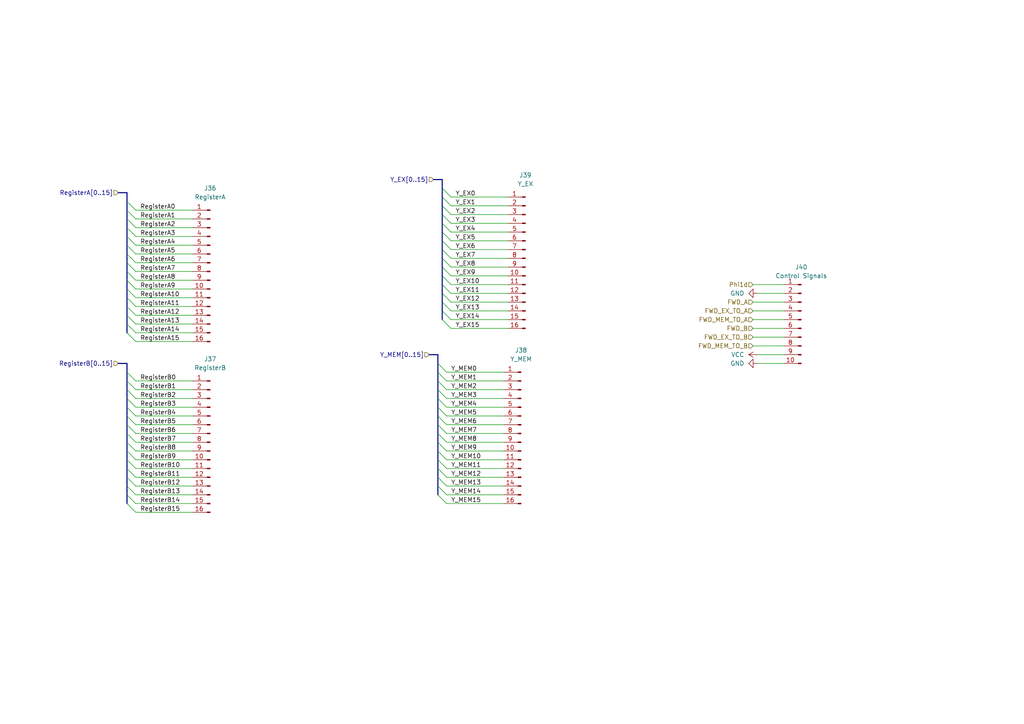
<source format=kicad_sch>
(kicad_sch (version 20211123) (generator eeschema)
  (paper "A4")
  (title_block (date "2022-04-13") (rev "A"))
  (lib_symbols
    (symbol "Connector:Conn_01x10_Male" (pin_names (offset 1.016) hide)
      (property "Reference" "J" (at 0 12.7 0))
      (property "Value" "Conn_01x10_Male" (at 0 -15.24 0))
      (symbol "Conn_01x10_Male_1_1"
        (polyline (pts (xy 1.27 -12.7) (xy 0.8636 -12.7)) (stroke (width 0.1524)))
        (polyline (pts (xy 1.27 -10.16) (xy 0.8636 -10.16)) (stroke (width 0.1524)))
        (polyline (pts (xy 1.27 -7.62) (xy 0.8636 -7.62)) (stroke (width 0.1524)))
        (polyline (pts (xy 1.27 -5.08) (xy 0.8636 -5.08)) (stroke (width 0.1524)))
        (polyline (pts (xy 1.27 -2.54) (xy 0.8636 -2.54)) (stroke (width 0.1524)))
        (polyline (pts (xy 1.27 0) (xy 0.8636 0)) (stroke (width 0.1524)))
        (polyline (pts (xy 1.27 2.54) (xy 0.8636 2.54)) (stroke (width 0.1524)))
        (polyline (pts (xy 1.27 5.08) (xy 0.8636 5.08)) (stroke (width 0.1524)))
        (polyline (pts (xy 1.27 7.62) (xy 0.8636 7.62)) (stroke (width 0.1524)))
        (polyline (pts (xy 1.27 10.16) (xy 0.8636 10.16)) (stroke (width 0.1524)))
        (rectangle (start 0.8636 -12.573) (end 0 -12.827) (stroke (width 0.1524)) (fill (type outline)))
        (rectangle (start 0.8636 -10.033) (end 0 -10.287) (stroke (width 0.1524)) (fill (type outline)))
        (rectangle (start 0.8636 -7.493) (end 0 -7.747) (stroke (width 0.1524)) (fill (type outline)))
        (rectangle (start 0.8636 -4.953) (end 0 -5.207) (stroke (width 0.1524)) (fill (type outline)))
        (rectangle (start 0.8636 -2.413) (end 0 -2.667) (stroke (width 0.1524)) (fill (type outline)))
        (rectangle (start 0.8636 0.127) (end 0 -0.127) (stroke (width 0.1524)) (fill (type outline)))
        (rectangle (start 0.8636 2.667) (end 0 2.413) (stroke (width 0.1524)) (fill (type outline)))
        (rectangle (start 0.8636 5.207) (end 0 4.953) (stroke (width 0.1524)) (fill (type outline)))
        (rectangle (start 0.8636 7.747) (end 0 7.493) (stroke (width 0.1524)) (fill (type outline)))
        (rectangle (start 0.8636 10.287) (end 0 10.033) (stroke (width 0.1524)) (fill (type outline)))
        (pin passive line (at 5.08 10.16 180) (length 3.81) (name "Pin_1") (number "1"))
        (pin passive line (at 5.08 -12.7 180) (length 3.81) (name "Pin_10") (number "10"))
        (pin passive line (at 5.08 7.62 180) (length 3.81) (name "Pin_2") (number "2"))
        (pin passive line (at 5.08 5.08 180) (length 3.81) (name "Pin_3") (number "3"))
        (pin passive line (at 5.08 2.54 180) (length 3.81) (name "Pin_4") (number "4"))
        (pin passive line (at 5.08 0 180) (length 3.81) (name "Pin_5") (number "5"))
        (pin passive line (at 5.08 -2.54 180) (length 3.81) (name "Pin_6") (number "6"))
        (pin passive line (at 5.08 -5.08 180) (length 3.81) (name "Pin_7") (number "7"))
        (pin passive line (at 5.08 -7.62 180) (length 3.81) (name "Pin_8") (number "8"))
        (pin passive line (at 5.08 -10.16 180) (length 3.81) (name "Pin_9") (number "9"))
      )
    )
    (symbol "Connector:Conn_01x16_Male" (pin_names (offset 1.016) hide)
      (property "Reference" "J" (at 0 20.32 0))
      (property "Value" "Conn_01x16_Male" (at 0 -22.86 0))
      (symbol "Conn_01x16_Male_1_1"
        (polyline (pts (xy 1.27 -20.32) (xy 0.8636 -20.32)) (stroke (width 0.1524)))
        (polyline (pts (xy 1.27 -17.78) (xy 0.8636 -17.78)) (stroke (width 0.1524)))
        (polyline (pts (xy 1.27 -15.24) (xy 0.8636 -15.24)) (stroke (width 0.1524)))
        (polyline (pts (xy 1.27 -12.7) (xy 0.8636 -12.7)) (stroke (width 0.1524)))
        (polyline (pts (xy 1.27 -10.16) (xy 0.8636 -10.16)) (stroke (width 0.1524)))
        (polyline (pts (xy 1.27 -7.62) (xy 0.8636 -7.62)) (stroke (width 0.1524)))
        (polyline (pts (xy 1.27 -5.08) (xy 0.8636 -5.08)) (stroke (width 0.1524)))
        (polyline (pts (xy 1.27 -2.54) (xy 0.8636 -2.54)) (stroke (width 0.1524)))
        (polyline (pts (xy 1.27 0) (xy 0.8636 0)) (stroke (width 0.1524)))
        (polyline (pts (xy 1.27 2.54) (xy 0.8636 2.54)) (stroke (width 0.1524)))
        (polyline (pts (xy 1.27 5.08) (xy 0.8636 5.08)) (stroke (width 0.1524)))
        (polyline (pts (xy 1.27 7.62) (xy 0.8636 7.62)) (stroke (width 0.1524)))
        (polyline (pts (xy 1.27 10.16) (xy 0.8636 10.16)) (stroke (width 0.1524)))
        (polyline (pts (xy 1.27 12.7) (xy 0.8636 12.7)) (stroke (width 0.1524)))
        (polyline (pts (xy 1.27 15.24) (xy 0.8636 15.24)) (stroke (width 0.1524)))
        (polyline (pts (xy 1.27 17.78) (xy 0.8636 17.78)) (stroke (width 0.1524)))
        (rectangle (start 0.8636 -20.193) (end 0 -20.447) (stroke (width 0.1524)) (fill (type outline)))
        (rectangle (start 0.8636 -17.653) (end 0 -17.907) (stroke (width 0.1524)) (fill (type outline)))
        (rectangle (start 0.8636 -15.113) (end 0 -15.367) (stroke (width 0.1524)) (fill (type outline)))
        (rectangle (start 0.8636 -12.573) (end 0 -12.827) (stroke (width 0.1524)) (fill (type outline)))
        (rectangle (start 0.8636 -10.033) (end 0 -10.287) (stroke (width 0.1524)) (fill (type outline)))
        (rectangle (start 0.8636 -7.493) (end 0 -7.747) (stroke (width 0.1524)) (fill (type outline)))
        (rectangle (start 0.8636 -4.953) (end 0 -5.207) (stroke (width 0.1524)) (fill (type outline)))
        (rectangle (start 0.8636 -2.413) (end 0 -2.667) (stroke (width 0.1524)) (fill (type outline)))
        (rectangle (start 0.8636 0.127) (end 0 -0.127) (stroke (width 0.1524)) (fill (type outline)))
        (rectangle (start 0.8636 2.667) (end 0 2.413) (stroke (width 0.1524)) (fill (type outline)))
        (rectangle (start 0.8636 5.207) (end 0 4.953) (stroke (width 0.1524)) (fill (type outline)))
        (rectangle (start 0.8636 7.747) (end 0 7.493) (stroke (width 0.1524)) (fill (type outline)))
        (rectangle (start 0.8636 10.287) (end 0 10.033) (stroke (width 0.1524)) (fill (type outline)))
        (rectangle (start 0.8636 12.827) (end 0 12.573) (stroke (width 0.1524)) (fill (type outline)))
        (rectangle (start 0.8636 15.367) (end 0 15.113) (stroke (width 0.1524)) (fill (type outline)))
        (rectangle (start 0.8636 17.907) (end 0 17.653) (stroke (width 0.1524)) (fill (type outline)))
        (pin passive line (at 5.08 17.78 180) (length 3.81) (name "Pin_1") (number "1"))
        (pin passive line (at 5.08 -5.08 180) (length 3.81) (name "Pin_10") (number "10"))
        (pin passive line (at 5.08 -7.62 180) (length 3.81) (name "Pin_11") (number "11"))
        (pin passive line (at 5.08 -10.16 180) (length 3.81) (name "Pin_12") (number "12"))
        (pin passive line (at 5.08 -12.7 180) (length 3.81) (name "Pin_13") (number "13"))
        (pin passive line (at 5.08 -15.24 180) (length 3.81) (name "Pin_14") (number "14"))
        (pin passive line (at 5.08 -17.78 180) (length 3.81) (name "Pin_15") (number "15"))
        (pin passive line (at 5.08 -20.32 180) (length 3.81) (name "Pin_16") (number "16"))
        (pin passive line (at 5.08 15.24 180) (length 3.81) (name "Pin_2") (number "2"))
        (pin passive line (at 5.08 12.7 180) (length 3.81) (name "Pin_3") (number "3"))
        (pin passive line (at 5.08 10.16 180) (length 3.81) (name "Pin_4") (number "4"))
        (pin passive line (at 5.08 7.62 180) (length 3.81) (name "Pin_5") (number "5"))
        (pin passive line (at 5.08 5.08 180) (length 3.81) (name "Pin_6") (number "6"))
        (pin passive line (at 5.08 2.54 180) (length 3.81) (name "Pin_7") (number "7"))
        (pin passive line (at 5.08 0 180) (length 3.81) (name "Pin_8") (number "8"))
        (pin passive line (at 5.08 -2.54 180) (length 3.81) (name "Pin_9") (number "9"))
      )
    )
    (symbol "power:GND" (power) (pin_names (offset 0))
      (property "Value" "GND" (at 0 -3.81 0))
      (symbol "GND_0_1"
        (polyline (pts (xy 0 0) (xy 0 -1.27) (xy 1.27 -1.27) (xy 0 -2.54) (xy -1.27 -1.27) (xy 0 -1.27)))
      )
      (symbol "GND_1_1"
        (pin power_in line (at 0 0 270) (length 0) hide (name "GND") (number "1"))
      )
    )
    (symbol "power:VCC" (power) (pin_names (offset 0))
      (property "Value" "VCC" (at 0 3.81 0))
      (symbol "VCC_0_1"
        (polyline (pts (xy -0.762 1.27) (xy 0 2.54)))
        (polyline (pts (xy 0 0) (xy 0 2.54)))
        (polyline (pts (xy 0 2.54) (xy 0.762 1.27)))
      )
      (symbol "VCC_1_1"
        (pin power_in line (at 0 0 90) (length 0) hide (name "VCC") (number "1"))
      )
    )
  )
  (bus_entry (at 128.27 85.09) (size 2.54 2.54))
  (bus_entry (at 36.83 135.89) (size 2.54 2.54))
  (bus_entry (at 36.83 68.58) (size 2.54 2.54))
  (bus_entry (at 36.83 146.05) (size 2.54 2.54))
  (bus_entry (at 128.27 90.17) (size 2.54 2.54))
  (bus_entry (at 128.27 82.55) (size 2.54 2.54))
  (bus_entry (at 128.27 72.39) (size 2.54 2.54))
  (bus_entry (at 36.83 118.11) (size 2.54 2.54))
  (bus_entry (at 36.83 86.36) (size 2.54 2.54))
  (bus_entry (at 128.27 64.77) (size 2.54 2.54))
  (bus_entry (at 36.83 78.74) (size 2.54 2.54))
  (bus_entry (at 36.83 81.28) (size 2.54 2.54))
  (bus_entry (at 36.83 138.43) (size 2.54 2.54))
  (bus_entry (at 127 143.51) (size 2.54 2.54))
  (bus_entry (at 127 115.57) (size 2.54 2.54))
  (bus_entry (at 36.83 113.03) (size 2.54 2.54))
  (bus_entry (at 128.27 59.69) (size 2.54 2.54))
  (bus_entry (at 36.83 107.95) (size 2.54 2.54))
  (bus_entry (at 127 113.03) (size 2.54 2.54))
  (bus_entry (at 128.27 67.31) (size 2.54 2.54))
  (bus_entry (at 36.83 120.65) (size 2.54 2.54))
  (bus_entry (at 36.83 93.98) (size 2.54 2.54))
  (bus_entry (at 36.83 76.2) (size 2.54 2.54))
  (bus_entry (at 36.83 73.66) (size 2.54 2.54))
  (bus_entry (at 128.27 62.23) (size 2.54 2.54))
  (bus_entry (at 36.83 140.97) (size 2.54 2.54))
  (bus_entry (at 127 107.95) (size 2.54 2.54))
  (bus_entry (at 128.27 87.63) (size 2.54 2.54))
  (bus_entry (at 36.83 88.9) (size 2.54 2.54))
  (bus_entry (at 127 118.11) (size 2.54 2.54))
  (bus_entry (at 127 133.35) (size 2.54 2.54))
  (bus_entry (at 127 138.43) (size 2.54 2.54))
  (bus_entry (at 36.83 115.57) (size 2.54 2.54))
  (bus_entry (at 36.83 66.04) (size 2.54 2.54))
  (bus_entry (at 128.27 74.93) (size 2.54 2.54))
  (bus_entry (at 36.83 58.42) (size 2.54 2.54))
  (bus_entry (at 36.83 133.35) (size 2.54 2.54))
  (bus_entry (at 128.27 80.01) (size 2.54 2.54))
  (bus_entry (at 36.83 125.73) (size 2.54 2.54))
  (bus_entry (at 36.83 110.49) (size 2.54 2.54))
  (bus_entry (at 127 110.49) (size 2.54 2.54))
  (bus_entry (at 127 105.41) (size 2.54 2.54))
  (bus_entry (at 128.27 54.61) (size 2.54 2.54))
  (bus_entry (at 36.83 60.96) (size 2.54 2.54))
  (bus_entry (at 36.83 123.19) (size 2.54 2.54))
  (bus_entry (at 127 135.89) (size 2.54 2.54))
  (bus_entry (at 127 130.81) (size 2.54 2.54))
  (bus_entry (at 36.83 91.44) (size 2.54 2.54))
  (bus_entry (at 127 120.65) (size 2.54 2.54))
  (bus_entry (at 127 125.73) (size 2.54 2.54))
  (bus_entry (at 36.83 130.81) (size 2.54 2.54))
  (bus_entry (at 128.27 77.47) (size 2.54 2.54))
  (bus_entry (at 36.83 71.12) (size 2.54 2.54))
  (bus_entry (at 128.27 92.71) (size 2.54 2.54))
  (bus_entry (at 36.83 83.82) (size 2.54 2.54))
  (bus_entry (at 36.83 128.27) (size 2.54 2.54))
  (bus_entry (at 128.27 57.15) (size 2.54 2.54))
  (bus_entry (at 36.83 63.5) (size 2.54 2.54))
  (bus_entry (at 36.83 143.51) (size 2.54 2.54))
  (bus_entry (at 36.83 96.52) (size 2.54 2.54))
  (bus_entry (at 127 140.97) (size 2.54 2.54))
  (bus_entry (at 127 128.27) (size 2.54 2.54))
  (bus_entry (at 127 123.19) (size 2.54 2.54))
  (bus_entry (at 128.27 69.85) (size 2.54 2.54))
  (wire (pts (xy 227.33 100.33) (xy 218.44 100.33)))
  (bus (pts (xy 127 135.89) (xy 127 138.43)))
  (bus (pts (xy 128.27 54.61) (xy 128.27 57.15)))
  (wire (pts (xy 130.81 92.71) (xy 147.32 92.71)))
  (wire (pts (xy 39.37 81.28) (xy 55.88 81.28)))
  (bus (pts (xy 34.29 55.88) (xy 36.83 55.88)))
  (wire (pts (xy 39.37 115.57) (xy 55.88 115.57)))
  (bus (pts (xy 124.46 102.87) (xy 127 102.87)))
  (wire (pts (xy 39.37 86.36) (xy 55.88 86.36)))
  (bus (pts (xy 128.27 59.69) (xy 128.27 62.23)))
  (bus (pts (xy 36.83 71.12) (xy 36.83 73.66)))
  (wire (pts (xy 227.33 92.71) (xy 218.44 92.71)))
  (wire (pts (xy 39.37 123.19) (xy 55.88 123.19)))
  (bus (pts (xy 36.83 55.88) (xy 36.83 58.42)))
  (bus (pts (xy 36.83 113.03) (xy 36.83 115.57)))
  (wire (pts (xy 39.37 130.81) (xy 55.88 130.81)))
  (wire (pts (xy 130.81 80.01) (xy 147.32 80.01)))
  (wire (pts (xy 39.37 135.89) (xy 55.88 135.89)))
  (wire (pts (xy 39.37 99.06) (xy 55.88 99.06)))
  (bus (pts (xy 36.83 120.65) (xy 36.83 123.19)))
  (wire (pts (xy 129.54 125.73) (xy 146.05 125.73)))
  (bus (pts (xy 36.83 68.58) (xy 36.83 71.12)))
  (bus (pts (xy 36.83 93.98) (xy 36.83 96.52)))
  (bus (pts (xy 34.29 105.41) (xy 36.83 105.41)))
  (bus (pts (xy 128.27 52.07) (xy 128.27 54.61)))
  (wire (pts (xy 129.54 135.89) (xy 146.05 135.89)))
  (bus (pts (xy 36.83 73.66) (xy 36.83 76.2)))
  (bus (pts (xy 36.83 135.89) (xy 36.83 138.43)))
  (bus (pts (xy 36.83 107.95) (xy 36.83 110.49)))
  (wire (pts (xy 39.37 83.82) (xy 55.88 83.82)))
  (bus (pts (xy 127 130.81) (xy 127 133.35)))
  (bus (pts (xy 127 102.87) (xy 127 105.41)))
  (wire (pts (xy 129.54 113.03) (xy 146.05 113.03)))
  (wire (pts (xy 39.37 93.98) (xy 55.88 93.98)))
  (wire (pts (xy 129.54 110.49) (xy 146.05 110.49)))
  (bus (pts (xy 128.27 64.77) (xy 128.27 67.31)))
  (wire (pts (xy 130.81 67.31) (xy 147.32 67.31)))
  (bus (pts (xy 36.83 58.42) (xy 36.83 60.96)))
  (bus (pts (xy 127 120.65) (xy 127 123.19)))
  (bus (pts (xy 36.83 110.49) (xy 36.83 113.03)))
  (wire (pts (xy 129.54 128.27) (xy 146.05 128.27)))
  (bus (pts (xy 36.83 123.19) (xy 36.83 125.73)))
  (wire (pts (xy 39.37 71.12) (xy 55.88 71.12)))
  (bus (pts (xy 36.83 133.35) (xy 36.83 135.89)))
  (bus (pts (xy 125.73 52.07) (xy 128.27 52.07)))
  (bus (pts (xy 127 128.27) (xy 127 130.81)))
  (bus (pts (xy 128.27 62.23) (xy 128.27 64.77)))
  (wire (pts (xy 39.37 146.05) (xy 55.88 146.05)))
  (bus (pts (xy 36.83 63.5) (xy 36.83 66.04)))
  (wire (pts (xy 130.81 87.63) (xy 147.32 87.63)))
  (wire (pts (xy 129.54 120.65) (xy 146.05 120.65)))
  (wire (pts (xy 130.81 57.15) (xy 147.32 57.15)))
  (wire (pts (xy 129.54 107.95) (xy 146.05 107.95)))
  (bus (pts (xy 36.83 60.96) (xy 36.83 63.5)))
  (bus (pts (xy 127 110.49) (xy 127 113.03)))
  (bus (pts (xy 128.27 77.47) (xy 128.27 80.01)))
  (wire (pts (xy 39.37 91.44) (xy 55.88 91.44)))
  (bus (pts (xy 127 105.41) (xy 127 107.95)))
  (wire (pts (xy 39.37 66.04) (xy 55.88 66.04)))
  (wire (pts (xy 130.81 90.17) (xy 147.32 90.17)))
  (wire (pts (xy 227.33 95.25) (xy 218.44 95.25)))
  (wire (pts (xy 130.81 69.85) (xy 147.32 69.85)))
  (bus (pts (xy 36.83 118.11) (xy 36.83 120.65)))
  (wire (pts (xy 227.33 90.17) (xy 218.44 90.17)))
  (wire (pts (xy 39.37 120.65) (xy 55.88 120.65)))
  (bus (pts (xy 128.27 85.09) (xy 128.27 87.63)))
  (bus (pts (xy 36.83 81.28) (xy 36.83 83.82)))
  (wire (pts (xy 130.81 64.77) (xy 147.32 64.77)))
  (wire (pts (xy 39.37 113.03) (xy 55.88 113.03)))
  (wire (pts (xy 39.37 60.96) (xy 55.88 60.96)))
  (wire (pts (xy 39.37 63.5) (xy 55.88 63.5)))
  (bus (pts (xy 128.27 67.31) (xy 128.27 69.85)))
  (wire (pts (xy 130.81 77.47) (xy 147.32 77.47)))
  (wire (pts (xy 129.54 143.51) (xy 146.05 143.51)))
  (wire (pts (xy 227.33 102.87) (xy 219.71 102.87)))
  (wire (pts (xy 130.81 82.55) (xy 147.32 82.55)))
  (wire (pts (xy 39.37 143.51) (xy 55.88 143.51)))
  (wire (pts (xy 129.54 133.35) (xy 146.05 133.35)))
  (bus (pts (xy 36.83 128.27) (xy 36.83 130.81)))
  (wire (pts (xy 39.37 68.58) (xy 55.88 68.58)))
  (wire (pts (xy 227.33 97.79) (xy 218.44 97.79)))
  (wire (pts (xy 227.33 87.63) (xy 218.44 87.63)))
  (wire (pts (xy 130.81 59.69) (xy 147.32 59.69)))
  (wire (pts (xy 39.37 138.43) (xy 55.88 138.43)))
  (bus (pts (xy 127 113.03) (xy 127 115.57)))
  (bus (pts (xy 36.83 143.51) (xy 36.83 146.05)))
  (wire (pts (xy 39.37 148.59) (xy 55.88 148.59)))
  (wire (pts (xy 39.37 133.35) (xy 55.88 133.35)))
  (wire (pts (xy 39.37 78.74) (xy 55.88 78.74)))
  (wire (pts (xy 130.81 95.25) (xy 147.32 95.25)))
  (bus (pts (xy 127 107.95) (xy 127 110.49)))
  (wire (pts (xy 39.37 88.9) (xy 55.88 88.9)))
  (wire (pts (xy 130.81 74.93) (xy 147.32 74.93)))
  (bus (pts (xy 127 133.35) (xy 127 135.89)))
  (wire (pts (xy 130.81 62.23) (xy 147.32 62.23)))
  (wire (pts (xy 129.54 130.81) (xy 146.05 130.81)))
  (wire (pts (xy 39.37 140.97) (xy 55.88 140.97)))
  (wire (pts (xy 39.37 118.11) (xy 55.88 118.11)))
  (wire (pts (xy 129.54 146.05) (xy 146.05 146.05)))
  (wire (pts (xy 129.54 138.43) (xy 146.05 138.43)))
  (bus (pts (xy 36.83 91.44) (xy 36.83 93.98)))
  (wire (pts (xy 129.54 140.97) (xy 146.05 140.97)))
  (bus (pts (xy 128.27 72.39) (xy 128.27 74.93)))
  (bus (pts (xy 36.83 88.9) (xy 36.83 91.44)))
  (bus (pts (xy 128.27 69.85) (xy 128.27 72.39)))
  (bus (pts (xy 36.83 86.36) (xy 36.83 88.9)))
  (wire (pts (xy 227.33 85.09) (xy 219.71 85.09)))
  (bus (pts (xy 36.83 125.73) (xy 36.83 128.27)))
  (bus (pts (xy 36.83 105.41) (xy 36.83 107.95)))
  (bus (pts (xy 128.27 57.15) (xy 128.27 59.69)))
  (bus (pts (xy 36.83 66.04) (xy 36.83 68.58)))
  (wire (pts (xy 227.33 82.55) (xy 218.44 82.55)))
  (wire (pts (xy 129.54 123.19) (xy 146.05 123.19)))
  (bus (pts (xy 127 123.19) (xy 127 125.73)))
  (wire (pts (xy 39.37 73.66) (xy 55.88 73.66)))
  (bus (pts (xy 127 118.11) (xy 127 120.65)))
  (bus (pts (xy 36.83 76.2) (xy 36.83 78.74)))
  (bus (pts (xy 127 140.97) (xy 127 143.51)))
  (bus (pts (xy 128.27 80.01) (xy 128.27 82.55)))
  (wire (pts (xy 39.37 125.73) (xy 55.88 125.73)))
  (bus (pts (xy 128.27 90.17) (xy 128.27 92.71)))
  (bus (pts (xy 127 125.73) (xy 127 128.27)))
  (bus (pts (xy 36.83 140.97) (xy 36.83 143.51)))
  (wire (pts (xy 129.54 115.57) (xy 146.05 115.57)))
  (bus (pts (xy 36.83 83.82) (xy 36.83 86.36)))
  (wire (pts (xy 39.37 76.2) (xy 55.88 76.2)))
  (bus (pts (xy 36.83 138.43) (xy 36.83 140.97)))
  (bus (pts (xy 127 115.57) (xy 127 118.11)))
  (wire (pts (xy 39.37 128.27) (xy 55.88 128.27)))
  (bus (pts (xy 128.27 82.55) (xy 128.27 85.09)))
  (wire (pts (xy 227.33 105.41) (xy 219.71 105.41)))
  (wire (pts (xy 129.54 118.11) (xy 146.05 118.11)))
  (bus (pts (xy 36.83 115.57) (xy 36.83 118.11)))
  (wire (pts (xy 130.81 85.09) (xy 147.32 85.09)))
  (wire (pts (xy 39.37 96.52) (xy 55.88 96.52)))
  (bus (pts (xy 128.27 74.93) (xy 128.27 77.47)))
  (wire (pts (xy 39.37 110.49) (xy 55.88 110.49)))
  (bus (pts (xy 127 138.43) (xy 127 140.97)))
  (bus (pts (xy 128.27 87.63) (xy 128.27 90.17)))
  (bus (pts (xy 36.83 78.74) (xy 36.83 81.28)))
  (wire (pts (xy 130.81 72.39) (xy 147.32 72.39)))
  (bus (pts (xy 36.83 130.81) (xy 36.83 133.35)))
  (label "Y_EX7" (at 132.08 74.93 0))
  (label "RegisterA0" (at 40.64 60.96 0))
  (label "Y_MEM2" (at 130.81 113.03 0))
  (label "Y_EX1" (at 132.08 59.69 0))
  (label "Y_EX4" (at 132.08 67.31 0))
  (label "Y_EX5" (at 132.08 69.85 0))
  (label "Y_EX11" (at 132.08 85.09 0))
  (label "Y_MEM12" (at 130.81 138.43 0))
  (label "Y_EX15" (at 132.08 95.25 0))
  (label "Y_EX12" (at 132.08 87.63 0))
  (label "RegisterA15" (at 40.64 99.06 0))
  (label "Y_MEM7" (at 130.81 125.73 0))
  (label "Y_EX9" (at 132.08 80.01 0))
  (label "Y_EX13" (at 132.08 90.17 0))
  (label "RegisterB0" (at 40.64 110.49 0))
  (label "Y_MEM6" (at 130.81 123.19 0))
  (label "RegisterA2" (at 40.64 66.04 0))
  (label "RegisterA10" (at 40.64 86.36 0))
  (label "RegisterB1" (at 40.64 113.03 0))
  (label "Y_EX2" (at 132.08 62.23 0))
  (label "Y_MEM4" (at 130.81 118.11 0))
  (label "RegisterB10" (at 40.64 135.89 0))
  (label "Y_MEM1" (at 130.81 110.49 0))
  (label "Y_EX14" (at 132.08 92.71 0))
  (label "Y_EX6" (at 132.08 72.39 0))
  (label "Y_MEM0" (at 130.81 107.95 0))
  (label "Y_EX3" (at 132.08 64.77 0))
  (label "RegisterA5" (at 40.64 73.66 0))
  (label "RegisterA11" (at 40.64 88.9 0))
  (label "Y_MEM8" (at 130.81 128.27 0))
  (label "RegisterB7" (at 40.64 128.27 0))
  (label "RegisterB11" (at 40.64 138.43 0))
  (label "RegisterA7" (at 40.64 78.74 0))
  (label "RegisterB14" (at 40.64 146.05 0))
  (label "RegisterB13" (at 40.64 143.51 0))
  (label "Y_EX10" (at 132.08 82.55 0))
  (label "RegisterB9" (at 40.64 133.35 0))
  (label "RegisterA9" (at 40.64 83.82 0))
  (label "RegisterA3" (at 40.64 68.58 0))
  (label "RegisterB12" (at 40.64 140.97 0))
  (label "RegisterA4" (at 40.64 71.12 0))
  (label "Y_MEM14" (at 130.81 143.51 0))
  (label "Y_MEM15" (at 130.81 146.05 0))
  (label "RegisterB15" (at 40.64 148.59 0))
  (label "Y_MEM9" (at 130.81 130.81 0))
  (label "RegisterB2" (at 40.64 115.57 0))
  (label "RegisterA8" (at 40.64 81.28 0))
  (label "RegisterB8" (at 40.64 130.81 0))
  (label "RegisterA13" (at 40.64 93.98 0))
  (label "Y_EX8" (at 132.08 77.47 0))
  (label "Y_MEM5" (at 130.81 120.65 0))
  (label "RegisterB3" (at 40.64 118.11 0))
  (label "Y_MEM13" (at 130.81 140.97 0))
  (label "Y_MEM10" (at 130.81 133.35 0))
  (label "Y_MEM3" (at 130.81 115.57 0))
  (label "RegisterB6" (at 40.64 125.73 0))
  (label "RegisterA1" (at 40.64 63.5 0))
  (label "RegisterA12" (at 40.64 91.44 0))
  (label "Y_EX0" (at 132.08 57.15 0))
  (label "RegisterA6" (at 40.64 76.2 0))
  (label "Y_MEM11" (at 130.81 135.89 0))
  (label "RegisterA14" (at 40.64 96.52 0))
  (label "RegisterB4" (at 40.64 120.65 0))
  (label "RegisterB5" (at 40.64 123.19 0))
  (hierarchical_label "FWD_A" (shape input) (at 218.44 87.63 180))
  (hierarchical_label "Y_EX[0..15]" (shape input) (at 125.73 52.07 180))
  (hierarchical_label "Y_MEM[0..15]" (shape input) (at 124.46 102.87 180))
  (hierarchical_label "FWD_B" (shape input) (at 218.44 95.25 180))
  (hierarchical_label "FWD_MEM_TO_A" (shape input) (at 218.44 92.71 180))
  (hierarchical_label "FWD_EX_TO_A" (shape input) (at 218.44 90.17 180))
  (hierarchical_label "RegisterB[0..15]" (shape input) (at 34.29 105.41 180))
  (hierarchical_label "FWD_MEM_TO_B" (shape input) (at 218.44 100.33 180))
  (hierarchical_label "Phi1d" (shape input) (at 218.44 82.55 180))
  (hierarchical_label "FWD_EX_TO_B" (shape input) (at 218.44 97.79 180))
  (hierarchical_label "RegisterA[0..15]" (shape input) (at 34.29 55.88 180))
  (symbol (lib_id "Connector:Conn_01x10_Male") (at 232.41 92.71 0) (mirror y) (unit 1)
    (property "Reference" "J40" (at 232.41 77.47 0))
    (property "Value" "Control Signals" (at 232.41 80.01 0))
    (property "Footprint" "Connector_PinHeader_2.54mm:PinHeader_1x10_P2.54mm_Vertical" (effects hide))
  )
  (symbol (lib_id "Connector:Conn_01x16_Male") (at 60.96 128.27 0) (mirror y) (unit 1)
    (property "Reference" "J37" (at 60.96 104.14 0))
    (property "Value" "RegisterB" (at 60.96 106.68 0))
    (property "Footprint" "Connector_PinHeader_2.54mm:PinHeader_1x16_P2.54mm_Vertical" (effects hide))
  )
  (symbol (lib_id "Connector:Conn_01x16_Male") (at 151.13 125.73 0) (mirror y) (unit 1)
    (property "Reference" "J38" (at 151.13 101.6 0))
    (property "Value" "Y_MEM" (at 151.13 104.14 0))
    (property "Footprint" "Connector_PinHeader_2.54mm:PinHeader_1x16_P2.54mm_Vertical" (effects hide))
  )
  (symbol (lib_id "Connector:Conn_01x16_Male") (at 60.96 78.74 0) (mirror y) (unit 1)
    (property "Reference" "J36" (at 60.96 54.61 0))
    (property "Value" "RegisterA" (at 60.96 57.15 0))
    (property "Footprint" "Connector_PinHeader_2.54mm:PinHeader_1x16_P2.54mm_Vertical" (effects hide))
  )
  (symbol (lib_id "power:VCC") (at 219.71 102.87 90) (mirror x) (unit 1)
    (property "Reference" "#PWR026" (effects hide))
    (property "Value" "VCC" (at 215.9 102.8699 90) (effects (justify left)))
  )
  (symbol (lib_id "power:GND") (at 219.71 105.41 270) (mirror x) (unit 1)
    (property "Reference" "#PWR027" (effects hide))
    (property "Value" "GND" (at 215.9 105.4099 90) (effects (justify right)))
  )
  (symbol (lib_id "Connector:Conn_01x16_Male") (at 152.4 74.93 0) (mirror y) (unit 1)
    (property "Reference" "J39" (at 152.4 50.8 0))
    (property "Value" "Y_EX" (at 152.4 53.34 0))
    (property "Footprint" "Connector_PinHeader_2.54mm:PinHeader_1x16_P2.54mm_Vertical" (effects hide))
  )
  (symbol (lib_id "power:GND") (at 219.71 85.09 270) (mirror x) (unit 1)
    (property "Reference" "#PWR025" (effects hide))
    (property "Value" "GND" (at 215.9 85.0899 90) (effects (justify right)))
  )
)
</source>
